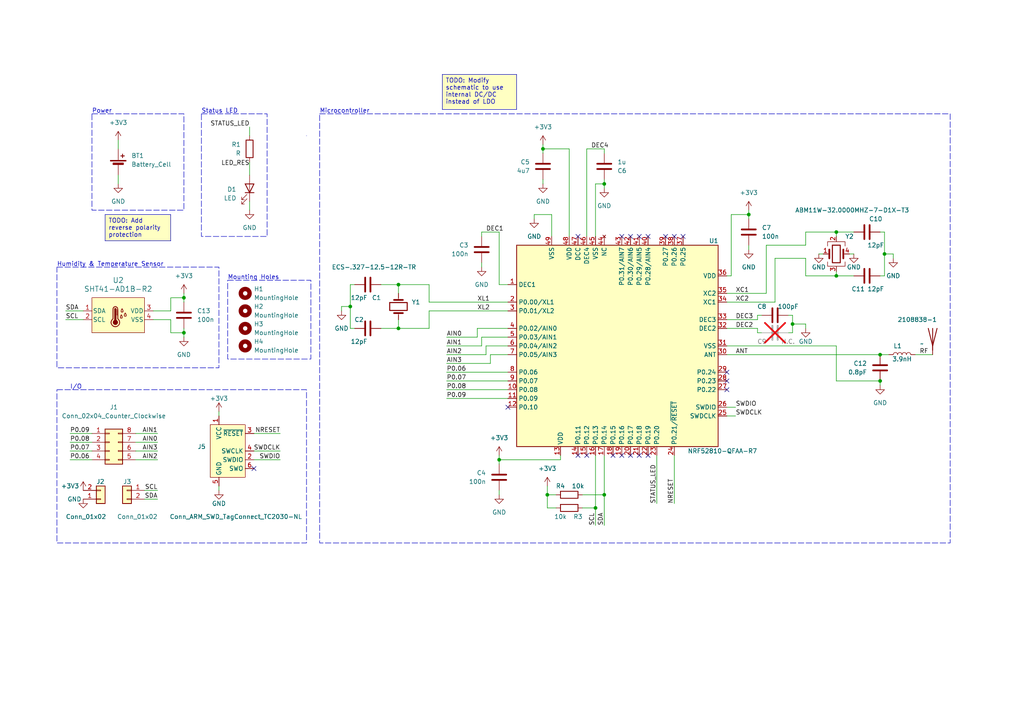
<source format=kicad_sch>
(kicad_sch (version 20230121) (generator eeschema)
  (paper "A4")
  (lib_symbols
    (symbol "Connector:Conn_ARM_SWD_TagConnect_TC2030-NL" (in_bom no)
      (property "Reference" "J" (at 2.54 11.43 0))
      (property "Value" "Conn_ARM_SWD_TagConnect_TC2030-NL" (at 2.54 8.89 0))
      (symbol "Conn_ARM_SWD_TagConnect_TC2030-NL_0_0"
        (pin power_in line (at -2.54 10.16 270) (length 2.54) (name "VCC") (number "1"))
        (pin bidirectional line (at 7.62 -2.54 180) (length 2.54) (name "SWDIO") (number "2"))
        (pin open_collector line (at 7.62 5.08 180) (length 2.54) (name "~{RESET}") (number "3"))
        (pin output line (at 7.62 0 180) (length 2.54) (name "SWCLK") (number "4"))
        (pin power_in line (at -2.54 -10.16 90) (length 2.54) (name "GND") (number "5"))
        (pin input line (at 7.62 -5.08 180) (length 2.54) (name "SWO") (number "6"))
      )
      (symbol "Conn_ARM_SWD_TagConnect_TC2030-NL_0_1"
        (rectangle (start -5.08 7.62) (end 5.08 -7.62) (fill (type background)))
      )
    )
    (symbol "Connector_Generic:Conn_01x02" (pin_names (offset 1.016) hide)
      (property "Reference" "J" (at 0 2.54 0))
      (property "Value" "Conn_01x02" (at 0 -5.08 0))
      (symbol "Conn_01x02_1_1"
        (rectangle (start -1.27 -2.413) (end 0 -2.667) (stroke (width 0.1524)))
        (rectangle (start -1.27 0.127) (end 0 -0.127) (stroke (width 0.1524)))
        (rectangle (start -1.27 1.27) (end 1.27 -3.81) (stroke (width 0.254)) (fill (type background)))
        (pin passive line (at -5.08 0 0) (length 3.81) (name "Pin_1") (number "1"))
        (pin passive line (at -5.08 -2.54 0) (length 3.81) (name "Pin_2") (number "2"))
      )
    )
    (symbol "Connector_Generic:Conn_02x04_Counter_Clockwise" (pin_names (offset 1.016) hide)
      (property "Reference" "J" (at 1.27 5.08 0))
      (property "Value" "Conn_02x04_Counter_Clockwise" (at 1.27 -7.62 0))
      (symbol "Conn_02x04_Counter_Clockwise_1_1"
        (rectangle (start -1.27 -4.953) (end 0 -5.207) (stroke (width 0.1524)))
        (rectangle (start -1.27 -2.413) (end 0 -2.667) (stroke (width 0.1524)))
        (rectangle (start -1.27 0.127) (end 0 -0.127) (stroke (width 0.1524)))
        (rectangle (start -1.27 2.667) (end 0 2.413) (stroke (width 0.1524)))
        (rectangle (start -1.27 3.81) (end 3.81 -6.35) (stroke (width 0.254)) (fill (type background)))
        (rectangle (start 3.81 -4.953) (end 2.54 -5.207) (stroke (width 0.1524)))
        (rectangle (start 3.81 -2.413) (end 2.54 -2.667) (stroke (width 0.1524)))
        (rectangle (start 3.81 0.127) (end 2.54 -0.127) (stroke (width 0.1524)))
        (rectangle (start 3.81 2.667) (end 2.54 2.413) (stroke (width 0.1524)))
        (pin passive line (at -5.08 2.54 0) (length 3.81) (name "Pin_1") (number "1"))
        (pin passive line (at -5.08 0 0) (length 3.81) (name "Pin_2") (number "2"))
        (pin passive line (at -5.08 -2.54 0) (length 3.81) (name "Pin_3") (number "3"))
        (pin passive line (at -5.08 -5.08 0) (length 3.81) (name "Pin_4") (number "4"))
        (pin passive line (at 7.62 -5.08 180) (length 3.81) (name "Pin_5") (number "5"))
        (pin passive line (at 7.62 -2.54 180) (length 3.81) (name "Pin_6") (number "6"))
        (pin passive line (at 7.62 0 180) (length 3.81) (name "Pin_7") (number "7"))
        (pin passive line (at 7.62 2.54 180) (length 3.81) (name "Pin_8") (number "8"))
      )
    )
    (symbol "Device:Antenna" (pin_numbers hide) (pin_names (offset 1.016) hide)
      (property "Reference" "AE" (at -1.905 1.905 0))
      (property "Value" "Antenna" (at -1.905 0 0))
      (symbol "Antenna_0_1"
        (polyline (pts (xy 0 2.54) (xy 0 -3.81)) (stroke (width 0.254)))
        (polyline (pts (xy 1.27 2.54) (xy 0 -2.54) (xy -1.27 2.54)) (stroke (width 0.254)))
      )
      (symbol "Antenna_1_1"
        (pin input line (at 0 -5.08 90) (length 2.54) (name "A") (number "1"))
      )
    )
    (symbol "Device:Battery_Cell" (pin_numbers hide) (pin_names (offset 0) hide)
      (property "Reference" "BT" (at 2.54 2.54 0))
      (property "Value" "Battery_Cell" (at 2.54 0 0))
      (symbol "Battery_Cell_0_1"
        (rectangle (start -2.286 1.778) (end 2.286 1.524) (fill (type outline)))
        (rectangle (start -1.524 1.016) (end 1.524 0.508) (fill (type outline)))
        (polyline (pts (xy 0 0.762) (xy 0 0)))
        (polyline (pts (xy 0 1.778) (xy 0 2.54)))
        (polyline (pts (xy 0.762 3.048) (xy 1.778 3.048)) (stroke (width 0.254)))
        (polyline (pts (xy 1.27 3.556) (xy 1.27 2.54)) (stroke (width 0.254)))
      )
      (symbol "Battery_Cell_1_1"
        (pin passive line (at 0 5.08 270) (length 2.54) (name "+") (number "1"))
        (pin passive line (at 0 -2.54 90) (length 2.54) (name "-") (number "2"))
      )
    )
    (symbol "Device:C" (pin_numbers hide) (pin_names (offset 0.254))
      (property "Reference" "C" (at 0.635 2.54 0))
      (property "Value" "C" (at 0.635 -2.54 0))
      (symbol "C_0_1"
        (polyline (pts (xy -2.032 -0.762) (xy 2.032 -0.762)) (stroke (width 0.508)))
        (polyline (pts (xy -2.032 0.762) (xy 2.032 0.762)) (stroke (width 0.508)))
      )
      (symbol "C_1_1"
        (pin passive line (at 0 3.81 270) (length 2.794) (name "~") (number "1"))
        (pin passive line (at 0 -3.81 90) (length 2.794) (name "~") (number "2"))
      )
    )
    (symbol "Device:Crystal" (pin_numbers hide) (pin_names (offset 1.016) hide)
      (property "Reference" "Y" (at 0 3.81 0))
      (property "Value" "Crystal" (at 0 -3.81 0))
      (symbol "Crystal_0_1"
        (rectangle (start -1.143 2.54) (end 1.143 -2.54) (stroke (width 0.3048)))
        (polyline (pts (xy -2.54 0) (xy -1.905 0)))
        (polyline (pts (xy -1.905 -1.27) (xy -1.905 1.27)) (stroke (width 0.508)))
        (polyline (pts (xy 1.905 -1.27) (xy 1.905 1.27)) (stroke (width 0.508)))
        (polyline (pts (xy 2.54 0) (xy 1.905 0)))
      )
      (symbol "Crystal_1_1"
        (pin passive line (at -3.81 0 0) (length 1.27) (name "1") (number "1"))
        (pin passive line (at 3.81 0 180) (length 1.27) (name "2") (number "2"))
      )
    )
    (symbol "Device:Crystal_GND23" (pin_names (offset 1.016) hide)
      (property "Reference" "Y" (at 3.175 5.08 0))
      (property "Value" "Crystal_GND23" (at 3.175 3.175 0))
      (symbol "Crystal_GND23_0_1"
        (rectangle (start -1.143 2.54) (end 1.143 -2.54) (stroke (width 0.3048)))
        (polyline (pts (xy -2.54 0) (xy -2.032 0)))
        (polyline (pts (xy -2.032 -1.27) (xy -2.032 1.27)) (stroke (width 0.508)))
        (polyline (pts (xy 0 -3.81) (xy 0 -3.556)))
        (polyline (pts (xy 0 3.556) (xy 0 3.81)))
        (polyline (pts (xy 2.032 -1.27) (xy 2.032 1.27)) (stroke (width 0.508)))
        (polyline (pts (xy 2.032 0) (xy 2.54 0)))
        (polyline (pts (xy -2.54 -2.286) (xy -2.54 -3.556) (xy 2.54 -3.556) (xy 2.54 -2.286)))
        (polyline (pts (xy -2.54 2.286) (xy -2.54 3.556) (xy 2.54 3.556) (xy 2.54 2.286)))
      )
      (symbol "Crystal_GND23_1_1"
        (pin passive line (at -3.81 0 0) (length 1.27) (name "1") (number "1"))
        (pin passive line (at 0 5.08 270) (length 1.27) (name "2") (number "2"))
        (pin passive line (at 0 -5.08 90) (length 1.27) (name "3") (number "3"))
        (pin passive line (at 3.81 0 180) (length 1.27) (name "4") (number "4"))
      )
    )
    (symbol "Device:L" (pin_numbers hide) (pin_names (offset 1.016) hide)
      (property "Reference" "L" (at -1.27 0 90))
      (property "Value" "L" (at 1.905 0 90))
      (symbol "L_0_1"
        (arc (start 0 -2.54) (mid 0.6323 -1.905) (end 0 -1.27))
        (arc (start 0 -1.27) (mid 0.6323 -0.635) (end 0 0))
        (arc (start 0 0) (mid 0.6323 0.635) (end 0 1.27))
        (arc (start 0 1.27) (mid 0.6323 1.905) (end 0 2.54))
      )
      (symbol "L_1_1"
        (pin passive line (at 0 3.81 270) (length 1.27) (name "1") (number "1"))
        (pin passive line (at 0 -3.81 90) (length 1.27) (name "2") (number "2"))
      )
    )
    (symbol "Device:LED" (pin_numbers hide) (pin_names (offset 1.016) hide)
      (property "Reference" "D" (at 0 2.54 0))
      (property "Value" "LED" (at 0 -2.54 0))
      (symbol "LED_0_1"
        (polyline (pts (xy -1.27 -1.27) (xy -1.27 1.27)) (stroke (width 0.254)))
        (polyline (pts (xy -1.27 0) (xy 1.27 0)))
        (polyline (pts (xy 1.27 -1.27) (xy 1.27 1.27) (xy -1.27 0) (xy 1.27 -1.27)) (stroke (width 0.254)))
        (polyline (pts (xy -3.048 -0.762) (xy -4.572 -2.286) (xy -3.81 -2.286) (xy -4.572 -2.286) (xy -4.572 -1.524)))
        (polyline (pts (xy -1.778 -0.762) (xy -3.302 -2.286) (xy -2.54 -2.286) (xy -3.302 -2.286) (xy -3.302 -1.524)))
      )
      (symbol "LED_1_1"
        (pin passive line (at -3.81 0 0) (length 2.54) (name "K") (number "1"))
        (pin passive line (at 3.81 0 180) (length 2.54) (name "A") (number "2"))
      )
    )
    (symbol "Device:R" (pin_numbers hide) (pin_names (offset 0))
      (property "Reference" "R" (at 2.032 0 90))
      (property "Value" "R" (at 0 0 90))
      (symbol "R_0_1"
        (rectangle (start -1.016 -2.54) (end 1.016 2.54) (stroke (width 0.254)))
      )
      (symbol "R_1_1"
        (pin passive line (at 0 3.81 270) (length 1.27) (name "~") (number "1"))
        (pin passive line (at 0 -3.81 90) (length 1.27) (name "~") (number "2"))
      )
    )
    (symbol "Mechanical:MountingHole" (pin_names (offset 1.016))
      (property "Reference" "H" (at 0 5.08 0))
      (property "Value" "MountingHole" (at 0 3.175 0))
      (symbol "MountingHole_0_1"
        (circle (center 0 0) (radius 1.27) (stroke (width 1.27)))
      )
    )
    (symbol "encyclopedia_galactica:NRF52810-QFAA-R7"
      (property "Reference" "U" (at 0 54.61 0))
      (property "Value" "NRF52810-QFAA-R7" (at 0 52.07 0))
      (symbol "NRF52810-QFAA-R7_0_1"
        (rectangle (start -29.21 29.21) (end 29.21 -29.21) (stroke (width 0.254)) (fill (type background)))
      )
      (symbol "NRF52810-QFAA-R7_1_1"
        (pin passive line (at -31.75 17.78 0) (length 2.54) (name "DEC1") (number "1"))
        (pin bidirectional line (at -31.75 -12.7 0) (length 2.54) (name "P0.08") (number "10"))
        (pin bidirectional line (at -31.75 -15.24 0) (length 2.54) (name "P0.09") (number "11"))
        (pin bidirectional line (at -31.75 -17.78 0) (length 2.54) (name "P0.10") (number "12"))
        (pin power_in line (at -16.51 -31.75 90) (length 2.54) (name "VDD") (number "13"))
        (pin bidirectional line (at -11.43 -31.75 90) (length 2.54) (name "P0.11") (number "14"))
        (pin bidirectional line (at -8.89 -31.75 90) (length 2.54) (name "P0.12") (number "15"))
        (pin bidirectional line (at -6.35 -31.75 90) (length 2.54) (name "P0.13") (number "16"))
        (pin bidirectional line (at -3.81 -31.75 90) (length 2.54) (name "P0.14") (number "17"))
        (pin bidirectional line (at -1.27 -31.75 90) (length 2.54) (name "P0.15") (number "18"))
        (pin bidirectional line (at 1.27 -31.75 90) (length 2.54) (name "P0.16") (number "19"))
        (pin bidirectional line (at -31.75 12.7 0) (length 2.54) (name "P0.00/XL1") (number "2"))
        (pin bidirectional line (at 3.81 -31.75 90) (length 2.54) (name "P0.17") (number "20"))
        (pin bidirectional line (at 6.35 -31.75 90) (length 2.54) (name "P0.18") (number "21"))
        (pin bidirectional line (at 8.89 -31.75 90) (length 2.54) (name "P0.19") (number "22"))
        (pin bidirectional line (at 11.43 -31.75 90) (length 2.54) (name "P0.20") (number "23"))
        (pin bidirectional line (at 16.51 -31.75 90) (length 2.54) (name "P0.21/~{RESET}") (number "24"))
        (pin input line (at 31.75 -20.32 180) (length 2.54) (name "SWDCLK") (number "25"))
        (pin bidirectional line (at 31.75 -17.78 180) (length 2.54) (name "SWDIO") (number "26"))
        (pin bidirectional line (at 31.75 -12.7 180) (length 2.54) (name "P0.22") (number "27"))
        (pin bidirectional line (at 31.75 -10.16 180) (length 2.54) (name "P0.23") (number "28"))
        (pin bidirectional line (at 31.75 -7.62 180) (length 2.54) (name "P0.24") (number "29"))
        (pin bidirectional line (at -31.75 10.16 0) (length 2.54) (name "P0.01/XL2") (number "3"))
        (pin passive line (at 31.75 -2.54 180) (length 2.54) (name "ANT") (number "30"))
        (pin power_in line (at 31.75 0 180) (length 2.54) (name "VSS") (number "31"))
        (pin passive line (at 31.75 5.08 180) (length 2.54) (name "DEC2") (number "32"))
        (pin passive line (at 31.75 7.62 180) (length 2.54) (name "DEC3") (number "33"))
        (pin input line (at 31.75 12.7 180) (length 2.54) (name "XC1") (number "34"))
        (pin input line (at 31.75 15.24 180) (length 2.54) (name "XC2") (number "35"))
        (pin passive line (at 31.75 20.32 180) (length 2.54) (name "VDD") (number "36"))
        (pin bidirectional line (at 19.05 31.75 270) (length 2.54) (name "P0.25") (number "37"))
        (pin bidirectional line (at 16.51 31.75 270) (length 2.54) (name "P0.26") (number "38"))
        (pin bidirectional line (at 13.97 31.75 270) (length 2.54) (name "P0.27") (number "39"))
        (pin bidirectional line (at -31.75 5.08 0) (length 2.54) (name "P0.02/AIN0") (number "4"))
        (pin bidirectional line (at 8.89 31.75 270) (length 2.54) (name "P0.28/AIN4") (number "40"))
        (pin bidirectional line (at 6.35 31.75 270) (length 2.54) (name "P0.29/AIN5") (number "41"))
        (pin bidirectional line (at 3.81 31.75 270) (length 2.54) (name "P0.30/AIN6") (number "42"))
        (pin bidirectional line (at 1.27 31.75 270) (length 2.54) (name "P0.31/AIN7") (number "43"))
        (pin no_connect line (at -3.81 31.75 270) (length 2.54) (name "NC") (number "44"))
        (pin passive line (at -6.35 31.75 270) (length 2.54) (name "VSS") (number "45"))
        (pin passive line (at -8.89 31.75 270) (length 2.54) (name "DEC4") (number "46"))
        (pin power_out line (at -11.43 31.75 270) (length 2.54) (name "DCC") (number "47"))
        (pin passive line (at -13.97 31.75 270) (length 2.54) (name "VDD") (number "48"))
        (pin passive line (at -19.05 31.75 270) (length 2.54) (name "VSS") (number "49"))
        (pin bidirectional line (at -31.75 2.54 0) (length 2.54) (name "P0.03/AIN1") (number "5"))
        (pin bidirectional line (at -31.75 0 0) (length 2.54) (name "P0.04/AIN2") (number "6"))
        (pin bidirectional line (at -31.75 -2.54 0) (length 2.54) (name "P0.05/AIN3") (number "7"))
        (pin bidirectional line (at -31.75 -7.62 0) (length 2.54) (name "P0.06") (number "8"))
        (pin bidirectional line (at -31.75 -10.16 0) (length 2.54) (name "P0.07") (number "9"))
      )
    )
    (symbol "encyclopedia_galactica:SHT41-AD1B-R2" (pin_names (offset 0.254))
      (property "Reference" "U" (at 0 13.97 0))
      (property "Value" "SHT41-AD1B-R2" (at 0 11.43 0))
      (symbol "SHT41-AD1B-R2_0_0"
        (polyline (pts (xy -0.7782 -2.7679) (xy -0.7538 -2.7614) (xy -0.6273 -2.7452) (xy -0.5713 -2.733) (xy -0.4386 -2.65) (xy -0.3005 -2.5149) (xy -0.1862 -2.3589) (xy -0.1253 -2.2133) (xy -0.1122 -1.9777) (xy -0.1841 -1.7536) (xy -0.3553 -1.5359) (xy -0.5465 -1.3446) (xy -0.5465 0.2882) (xy -0.5465 1.9209) (xy -0.6855 2.012) (xy -0.7691 2.0613) (xy -0.8546 2.0708) (xy -0.9634 2.012) (xy -1.1023 1.9209) (xy -1.1023 0.2767) (xy -1.1023 -1.3675) (xy -1.2424 -1.4777) (xy -1.2888 -1.5171) (xy -1.4497 -1.7284) (xy -1.5229 -1.9679) (xy -1.5126 -2.2124) (xy -1.4228 -2.4384) (xy -1.2576 -2.6226) (xy -1.0211 -2.7416) (xy -0.8813 -2.7694) (xy -0.7782 -2.7679)) (stroke (width 0.01)) (fill (type outline)))
        (polyline (pts (xy 2.1727 -0.3391) (xy 2.3119 -0.2679) (xy 2.3683 -0.175) (xy 2.3992 -0.0278) (xy 2.3871 0.0546) (xy 2.337 0.2108) (xy 2.2619 0.3868) (xy 2.177 0.5511) (xy 2.0973 0.6727) (xy 2.0379 0.7202) (xy 1.9994 0.6955) (xy 1.9245 0.5928) (xy 1.8393 0.4391) (xy 1.7593 0.2658) (xy 1.6999 0.1045) (xy 1.6767 -0.0135) (xy 1.6805 -0.0349) (xy 1.7878 -0.0349) (xy 1.7977 0.0177) (xy 1.8421 0.1542) (xy 1.9103 0.3256) (xy 2.0328 0.6103) (xy 2.1597 0.3359) (xy 2.2226 0.1922) (xy 2.2764 0.0231) (xy 2.275 -0.0919) (xy 2.2213 -0.1774) (xy 2.1655 -0.214) (xy 2.0379 -0.2441) (xy 1.9584 -0.2324) (xy 1.8367 -0.1559) (xy 1.7878 -0.0349) (xy 1.6805 -0.0349) (xy 1.6952 -0.1171) (xy 1.7686 -0.2536) (xy 1.8305 -0.3015) (xy 1.9945 -0.3498) (xy 2.1727 -0.3391)) (stroke (width 0.01)) (fill (type outline)))
        (polyline (pts (xy 1.2779 0.8852) (xy 1.3876 0.9342) (xy 1.439 1.0346) (xy 1.4494 1.2197) (xy 1.4056 1.4476) (xy 1.3104 1.6903) (xy 1.2438 1.815) (xy 1.1682 1.9333) (xy 1.1209 1.9791) (xy 1.087 1.9506) (xy 1.016 1.8457) (xy 0.9313 1.6903) (xy 0.8493 1.4902) (xy 0.7962 1.2577) (xy 0.7964 1.2083) (xy 0.8985 1.2083) (xy 0.907 1.2863) (xy 0.947 1.4367) (xy 1.0063 1.5899) (xy 1.0699 1.7089) (xy 1.1227 1.7568) (xy 1.1687 1.7194) (xy 1.2295 1.6057) (xy 1.286 1.4514) (xy 1.3252 1.2933) (xy 1.3338 1.1679) (xy 1.3235 1.1054) (xy 1.2709 1.0212) (xy 1.1467 0.9899) (xy 1.1356 0.9889) (xy 0.987 0.994) (xy 0.9164 1.0597) (xy 0.8985 1.2083) (xy 0.7964 1.2083) (xy 0.7968 1.063) (xy 0.8541 0.9342) (xy 0.9555 0.8871) (xy 1.116 0.8695) (xy 1.2779 0.8852)) (stroke (width 0.01)) (fill (type outline)))
        (polyline (pts (xy 1.1245 -0.8535) (xy 1.1312 -0.8498) (xy 1.2085 -0.7577) (xy 1.2315 -0.5895) (xy 1.2238 -0.507) (xy 1.1823 -0.3342) (xy 1.116 -0.1464) (xy 1.038 0.0259) (xy 0.9612 0.1517) (xy 0.8985 0.2005) (xy 0.864 0.1827) (xy 0.7914 0.0847) (xy 0.7123 -0.0722) (xy 0.6397 -0.2572) (xy 0.5864 -0.4397) (xy 0.5682 -0.5702) (xy 0.6762 -0.5702) (xy 0.6847 -0.4923) (xy 0.7246 -0.3419) (xy 0.784 -0.1887) (xy 0.8476 -0.0697) (xy 0.9004 -0.0218) (xy 0.9464 -0.0591) (xy 1.0072 -0.1728) (xy 1.0637 -0.3271) (xy 1.1029 -0.4853) (xy 1.1115 -0.6106) (xy 1.1012 -0.6731) (xy 1.0485 -0.7574) (xy 0.9243 -0.7887) (xy 0.9133 -0.7897) (xy 0.7647 -0.7846) (xy 0.6941 -0.7188) (xy 0.6762 -0.5702) (xy 0.5682 -0.5702) (xy 0.5656 -0.5887) (xy 0.5845 -0.7427) (xy 0.6623 -0.851) (xy 0.7257 -0.88) (xy 0.9286 -0.906) (xy 1.1245 -0.8535)) (stroke (width 0.01)) (fill (type outline)))
        (polyline (pts (xy -0.5545 -3.3797) (xy -0.2175 -3.2426) (xy 0.0945 -2.9972) (xy 0.1243 -2.9669) (xy 0.3463 -2.6832) (xy 0.4707 -2.3844) (xy 0.5089 -2.044) (xy 0.476 -1.8294) (xy 0.3828 -1.5698) (xy 0.2505 -1.3237) (xy 0.1 -1.1376) (xy -0.0463 -1.0029) (xy -0.0464 0.4742) (xy -0.0467 0.7893) (xy -0.0488 1.1761) (xy -0.0534 1.4752) (xy -0.0614 1.7005) (xy -0.0736 1.8661) (xy -0.0909 1.986) (xy -0.1139 2.0742) (xy -0.1437 2.1447) (xy -0.2598 2.3183) (xy -0.4689 2.4887) (xy -0.7142 2.5745) (xy -0.9722 2.5687) (xy -1.2192 2.4643) (xy -1.2384 2.4513) (xy -1.3421 2.3751) (xy -1.424 2.294) (xy -1.4867 2.1948) (xy -1.5327 2.0641) (xy -1.5646 1.8887) (xy -1.585 1.6553) (xy -1.5964 1.3506) (xy -1.6014 0.9613) (xy -1.6025 0.4742) (xy -1.6026 -1.0029) (xy -1.7489 -1.1376) (xy -1.8907 -1.3105) (xy -2.0247 -1.5544) (xy -2.1208 -1.8145) (xy -2.1578 -2.044) (xy -2.1575 -2.0827) (xy -2.138 -2.2218) (xy -1.9808 -2.2218) (xy -1.9707 -1.897) (xy -1.8626 -1.5804) (xy -1.6554 -1.2905) (xy -1.4358 -1.0597) (xy -1.4358 0.4346) (xy -1.4358 0.4797) (xy -1.4346 0.9365) (xy -1.4309 1.2963) (xy -1.424 1.572) (xy -1.4133 1.7764) (xy -1.398 1.9226) (xy -1.3777 2.0235) (xy -1.3515 2.0921) (xy -1.3513 2.0925) (xy -1.216 2.2564) (xy -1.0244 2.3768) (xy -0.8244 2.4237) (xy -0.7891 2.4224) (xy -0.5709 2.3561) (xy -0.3871 2.2073) (xy -0.2603 2.0002) (xy -0.2131 1.7595) (xy -0.2144 1.7118) (xy -0.2434 1.6157) (xy -0.3242 1.59) (xy -0.389 1.5745) (xy -0.4354 1.5066) (xy -0.4147 1.458) (xy -0.3242 1.4233) (xy -0.2391 1.3933) (xy -0.2131 1.2843) (xy -0.237 1.1779) (xy -0.3242 1.1454) (xy -0.389 1.1299) (xy -0.4354 1.062) (xy -0.4147 1.0134) (xy -0.3242 0.9786) (xy -0.2391 0.9486) (xy -0.2131 0.8397) (xy -0.237 0.7333) (xy -0.3242 0.7007) (xy -0.389 0.6853) (xy -0.4354 0.6174) (xy -0.4147 0.5687) (xy -0.3242 0.534) (xy -0.2391 0.504) (xy -0.2131 0.395) (xy -0.237 0.2887) (xy -0.3242 0.2561) (xy -0.389 0.2406) (xy -0.4354 0.1727) (xy -0.4147 0.1241) (xy -0.3242 0.0894) (xy -0.3128 0.0892) (xy -0.2667 0.0778) (xy -0.2375 0.0345) (xy -0.2213 -0.0606) (xy -0.2145 -0.2272) (xy -0.2131 -0.4852) (xy -0.2131 -1.0597) (xy 0.0065 -1.2905) (xy 0.1132 -1.418) (xy 0.2758 -1.7239) (xy 0.3386 -2.0486) (xy 0.3025 -2.3736) (xy 0.168 -2.6806) (xy -0.0639 -2.9511) (xy -0.1168 -2.9941) (xy -0.3007 -3.1115) (xy -0.4755 -3.1865) (xy -0.586 -3.2131) (xy -0.9384 -3.2355) (xy -1.2628 -3.1514) (xy -1.568 -2.9592) (xy -1.7106 -2.8208) (xy -1.8938 -2.5359) (xy -1.9808 -2.2218) (xy -2.138 -2.2218) (xy -2.1106 -2.4174) (xy -1.9764 -2.7137) (xy -1.7434 -2.9978) (xy -1.5826 -3.142) (xy -1.4085 -3.2682) (xy -1.2691 -3.3395) (xy -0.9161 -3.4084) (xy -0.5545 -3.3797)) (stroke (width 0.01)) (fill (type outline)))
      )
      (symbol "SHT41-AD1B-R2_1_1"
        (rectangle (start -7.62 5.08) (end 7.62 -5.08) (fill (type background)))
        (pin bidirectional line (at -10.16 1.27 0) (length 2.54) (name "SDA") (number "1"))
        (pin input line (at -10.16 -1.27 0) (length 2.54) (name "SCL") (number "2"))
        (pin power_in line (at 10.16 1.27 180) (length 2.54) (name "VDD") (number "3"))
        (pin power_out line (at 10.16 -1.27 180) (length 2.54) (name "VSS") (number "4"))
      )
    )
    (symbol "power:+3V3" (power) (pin_names (offset 0))
      (property "Value" "+3V3" (at 0 3.556 0))
      (symbol "+3V3_0_1"
        (polyline (pts (xy -0.762 1.27) (xy 0 2.54)))
        (polyline (pts (xy 0 0) (xy 0 2.54)))
        (polyline (pts (xy 0 2.54) (xy 0.762 1.27)))
      )
      (symbol "+3V3_1_1"
        (pin power_in line (at 0 0 90) (length 0) hide (name "+3V3") (number "1"))
      )
    )
    (symbol "power:GND" (power) (pin_names (offset 0))
      (property "Value" "GND" (at 0 -3.81 0))
      (symbol "GND_0_1"
        (polyline (pts (xy 0 0) (xy 0 -1.27) (xy 1.27 -1.27) (xy 0 -2.54) (xy -1.27 -1.27) (xy 0 -1.27)))
      )
      (symbol "GND_1_1"
        (pin power_in line (at 0 0 270) (length 0) hide (name "GND") (number "1"))
      )
    )
  )
  (junction (at 242.57 67.31))
  (junction (at 255.27 110.49))
  (junction (at 144.78 133.35))
  (junction (at 175.26 53.34))
  (junction (at 158.75 143.51))
  (junction (at 255.27 102.87))
  (junction (at 115.57 95.25))
  (junction (at 53.34 96.52))
  (junction (at 175.26 143.51))
  (junction (at 217.17 62.23))
  (junction (at 172.72 147.32))
  (junction (at 242.57 80.01))
  (junction (at 101.6 88.9))
  (junction (at 229.87 93.98))
  (junction (at 115.57 82.55))
  (junction (at 53.34 86.36))
  (junction (at 256.54 73.66))
  (junction (at 157.48 43.18))
  (no_connect (at 182.88 132.08))
  (no_connect (at 73.66 135.89))
  (no_connect (at 210.82 113.03))
  (no_connect (at 210.82 110.49))
  (no_connect (at 167.64 132.08))
  (no_connect (at 180.34 132.08))
  (no_connect (at 170.18 132.08))
  (no_connect (at 177.8 132.08))
  (no_connect (at 187.96 68.58))
  (no_connect (at 147.32 118.11))
  (no_connect (at 185.42 132.08))
  (no_connect (at 185.42 68.58))
  (no_connect (at 180.34 68.58))
  (no_connect (at 187.96 132.08))
  (no_connect (at 195.58 68.58))
  (no_connect (at 193.04 68.58))
  (no_connect (at 182.88 68.58))
  (no_connect (at 210.82 107.95))
  (no_connect (at 198.12 68.58))
  (no_connect (at 167.64 68.58))
  (wire (pts (xy 129.54 100.33) (xy 139.7 100.33)))
  (wire (pts (xy 139.7 76.2) (xy 139.7 77.47)))
  (wire (pts (xy 101.6 95.25) (xy 101.6 88.9)))
  (wire (pts (xy 175.26 52.07) (xy 175.26 53.34)))
  (wire (pts (xy 242.57 80.01) (xy 242.57 78.74)))
  (wire (pts (xy 212.09 80.01) (xy 210.82 80.01)))
  (wire (pts (xy 19.05 92.71) (xy 24.13 92.71)))
  (wire (pts (xy 147.32 97.79) (xy 139.7 97.79)))
  (wire (pts (xy 222.25 71.12) (xy 222.25 85.09)))
  (wire (pts (xy 157.48 52.07) (xy 157.48 53.34)))
  (wire (pts (xy 129.54 115.57) (xy 147.32 115.57)))
  (wire (pts (xy 233.68 93.98) (xy 229.87 93.98)))
  (wire (pts (xy 161.29 143.51) (xy 158.75 143.51)))
  (wire (pts (xy 224.79 74.93) (xy 233.68 74.93)))
  (wire (pts (xy 172.72 147.32) (xy 172.72 152.4)))
  (wire (pts (xy 53.34 85.09) (xy 53.34 86.36)))
  (wire (pts (xy 115.57 82.55) (xy 115.57 85.09)))
  (wire (pts (xy 190.5 132.08) (xy 190.5 146.05)))
  (wire (pts (xy 124.46 82.55) (xy 124.46 87.63)))
  (wire (pts (xy 265.43 102.87) (xy 270.51 102.87)))
  (wire (pts (xy 34.29 50.8) (xy 34.29 53.34)))
  (wire (pts (xy 140.97 100.33) (xy 140.97 102.87)))
  (wire (pts (xy 39.37 130.81) (xy 45.72 130.81)))
  (wire (pts (xy 49.53 86.36) (xy 53.34 86.36)))
  (wire (pts (xy 256.54 80.01) (xy 256.54 73.66)))
  (wire (pts (xy 220.98 96.52) (xy 219.71 96.52)))
  (wire (pts (xy 72.39 36.83) (xy 72.39 39.37)))
  (wire (pts (xy 102.87 95.25) (xy 101.6 95.25)))
  (wire (pts (xy 144.78 142.24) (xy 144.78 143.51)))
  (wire (pts (xy 129.54 102.87) (xy 140.97 102.87)))
  (wire (pts (xy 129.54 107.95) (xy 147.32 107.95)))
  (wire (pts (xy 129.54 110.49) (xy 147.32 110.49)))
  (wire (pts (xy 139.7 68.58) (xy 139.7 67.31)))
  (wire (pts (xy 34.29 40.64) (xy 34.29 43.18)))
  (wire (pts (xy 144.78 82.55) (xy 144.78 67.31)))
  (wire (pts (xy 144.78 67.31) (xy 139.7 67.31)))
  (wire (pts (xy 147.32 95.25) (xy 138.43 95.25)))
  (wire (pts (xy 144.78 133.35) (xy 144.78 134.62)))
  (wire (pts (xy 233.68 95.25) (xy 233.68 93.98)))
  (wire (pts (xy 255.27 102.87) (xy 257.81 102.87)))
  (wire (pts (xy 229.87 93.98) (xy 229.87 96.52)))
  (wire (pts (xy 49.53 90.17) (xy 49.53 86.36)))
  (wire (pts (xy 39.37 133.35) (xy 45.72 133.35)))
  (wire (pts (xy 217.17 60.96) (xy 217.17 62.23)))
  (wire (pts (xy 53.34 86.36) (xy 53.34 87.63)))
  (wire (pts (xy 242.57 67.31) (xy 233.68 67.31)))
  (wire (pts (xy 238.76 73.66) (xy 237.49 73.66)))
  (wire (pts (xy 170.18 43.18) (xy 170.18 68.58)))
  (wire (pts (xy 129.54 113.03) (xy 147.32 113.03)))
  (wire (pts (xy 220.98 91.44) (xy 219.71 91.44)))
  (wire (pts (xy 172.72 132.08) (xy 172.72 147.32)))
  (wire (pts (xy 144.78 132.08) (xy 144.78 133.35)))
  (wire (pts (xy 165.1 43.18) (xy 157.48 43.18)))
  (wire (pts (xy 228.6 91.44) (xy 229.87 91.44)))
  (wire (pts (xy 20.32 128.27) (xy 26.67 128.27)))
  (wire (pts (xy 210.82 100.33) (xy 242.57 100.33)))
  (wire (pts (xy 99.06 90.17) (xy 99.06 88.9)))
  (wire (pts (xy 210.82 102.87) (xy 255.27 102.87)))
  (wire (pts (xy 110.49 82.55) (xy 115.57 82.55)))
  (wire (pts (xy 142.24 102.87) (xy 142.24 105.41)))
  (wire (pts (xy 139.7 97.79) (xy 139.7 100.33)))
  (wire (pts (xy 157.48 41.91) (xy 157.48 43.18)))
  (wire (pts (xy 20.32 130.81) (xy 26.67 130.81)))
  (wire (pts (xy 165.1 68.58) (xy 165.1 43.18)))
  (wire (pts (xy 224.79 74.93) (xy 224.79 87.63)))
  (wire (pts (xy 161.29 147.32) (xy 158.75 147.32)))
  (wire (pts (xy 158.75 143.51) (xy 158.75 140.97)))
  (wire (pts (xy 144.78 133.35) (xy 162.56 133.35)))
  (wire (pts (xy 242.57 67.31) (xy 242.57 68.58)))
  (wire (pts (xy 256.54 67.31) (xy 255.27 67.31)))
  (wire (pts (xy 233.68 80.01) (xy 242.57 80.01)))
  (wire (pts (xy 195.58 132.08) (xy 195.58 146.05)))
  (wire (pts (xy 242.57 100.33) (xy 242.57 110.49)))
  (wire (pts (xy 247.65 73.66) (xy 246.38 73.66)))
  (wire (pts (xy 217.17 62.23) (xy 217.17 63.5)))
  (wire (pts (xy 45.72 142.24) (xy 41.91 142.24)))
  (wire (pts (xy 138.43 95.25) (xy 138.43 97.79)))
  (wire (pts (xy 242.57 110.49) (xy 255.27 110.49)))
  (wire (pts (xy 115.57 95.25) (xy 124.46 95.25)))
  (wire (pts (xy 63.5 140.97) (xy 63.5 142.24)))
  (wire (pts (xy 20.32 125.73) (xy 26.67 125.73)))
  (wire (pts (xy 210.82 95.25) (xy 219.71 95.25)))
  (wire (pts (xy 45.72 144.78) (xy 41.91 144.78)))
  (wire (pts (xy 217.17 71.12) (xy 217.17 72.39)))
  (wire (pts (xy 20.32 133.35) (xy 26.67 133.35)))
  (wire (pts (xy 53.34 96.52) (xy 53.34 97.79)))
  (wire (pts (xy 157.48 43.18) (xy 157.48 44.45)))
  (wire (pts (xy 259.08 74.93) (xy 259.08 73.66)))
  (wire (pts (xy 124.46 87.63) (xy 147.32 87.63)))
  (wire (pts (xy 124.46 90.17) (xy 147.32 90.17)))
  (wire (pts (xy 72.39 58.42) (xy 72.39 60.96)))
  (wire (pts (xy 160.02 62.23) (xy 154.94 62.23)))
  (wire (pts (xy 175.26 143.51) (xy 175.26 152.4)))
  (wire (pts (xy 72.39 46.99) (xy 72.39 50.8)))
  (wire (pts (xy 73.66 130.81) (xy 81.28 130.81)))
  (wire (pts (xy 39.37 125.73) (xy 45.72 125.73)))
  (wire (pts (xy 115.57 82.55) (xy 124.46 82.55)))
  (wire (pts (xy 210.82 92.71) (xy 219.71 92.71)))
  (wire (pts (xy 212.09 62.23) (xy 217.17 62.23)))
  (wire (pts (xy 175.26 43.18) (xy 175.26 44.45)))
  (wire (pts (xy 228.6 96.52) (xy 229.87 96.52)))
  (wire (pts (xy 255.27 80.01) (xy 256.54 80.01)))
  (wire (pts (xy 138.43 97.79) (xy 129.54 97.79)))
  (wire (pts (xy 124.46 95.25) (xy 124.46 90.17)))
  (wire (pts (xy 175.26 53.34) (xy 175.26 54.61)))
  (wire (pts (xy 210.82 120.65) (xy 213.36 120.65)))
  (wire (pts (xy 101.6 88.9) (xy 101.6 82.55)))
  (wire (pts (xy 170.18 43.18) (xy 175.26 43.18)))
  (wire (pts (xy 147.32 102.87) (xy 142.24 102.87)))
  (wire (pts (xy 63.5 119.38) (xy 63.5 120.65)))
  (wire (pts (xy 158.75 147.32) (xy 158.75 143.51)))
  (wire (pts (xy 53.34 95.25) (xy 53.34 96.52)))
  (wire (pts (xy 224.79 87.63) (xy 210.82 87.63)))
  (wire (pts (xy 219.71 95.25) (xy 219.71 96.52)))
  (wire (pts (xy 233.68 67.31) (xy 233.68 71.12)))
  (wire (pts (xy 142.24 105.41) (xy 129.54 105.41)))
  (wire (pts (xy 175.26 132.08) (xy 175.26 143.51)))
  (wire (pts (xy 39.37 128.27) (xy 45.72 128.27)))
  (wire (pts (xy 255.27 110.49) (xy 255.27 111.76)))
  (wire (pts (xy 44.45 90.17) (xy 49.53 90.17)))
  (wire (pts (xy 256.54 73.66) (xy 256.54 67.31)))
  (wire (pts (xy 172.72 53.34) (xy 175.26 53.34)))
  (wire (pts (xy 73.66 133.35) (xy 81.28 133.35)))
  (wire (pts (xy 259.08 73.66) (xy 256.54 73.66)))
  (wire (pts (xy 49.53 92.71) (xy 49.53 96.52)))
  (wire (pts (xy 154.94 62.23) (xy 154.94 63.5)))
  (wire (pts (xy 160.02 68.58) (xy 160.02 62.23)))
  (wire (pts (xy 147.32 82.55) (xy 144.78 82.55)))
  (wire (pts (xy 233.68 80.01) (xy 233.68 74.93)))
  (wire (pts (xy 247.65 67.31) (xy 242.57 67.31)))
  (wire (pts (xy 44.45 92.71) (xy 49.53 92.71)))
  (wire (pts (xy 229.87 91.44) (xy 229.87 93.98)))
  (wire (pts (xy 115.57 92.71) (xy 115.57 95.25)))
  (wire (pts (xy 19.05 90.17) (xy 24.13 90.17)))
  (wire (pts (xy 110.49 95.25) (xy 115.57 95.25)))
  (wire (pts (xy 147.32 100.33) (xy 140.97 100.33)))
  (wire (pts (xy 49.53 96.52) (xy 53.34 96.52)))
  (wire (pts (xy 162.56 132.08) (xy 162.56 133.35)))
  (wire (pts (xy 212.09 62.23) (xy 212.09 80.01)))
  (wire (pts (xy 172.72 53.34) (xy 172.72 68.58)))
  (wire (pts (xy 210.82 118.11) (xy 213.36 118.11)))
  (wire (pts (xy 168.91 143.51) (xy 175.26 143.51)))
  (wire (pts (xy 222.25 71.12) (xy 233.68 71.12)))
  (wire (pts (xy 99.06 88.9) (xy 101.6 88.9)))
  (wire (pts (xy 247.65 80.01) (xy 242.57 80.01)))
  (wire (pts (xy 73.66 125.73) (xy 81.28 125.73)))
  (wire (pts (xy 210.82 85.09) (xy 222.25 85.09)))
  (wire (pts (xy 168.91 147.32) (xy 172.72 147.32)))
  (wire (pts (xy 101.6 82.55) (xy 102.87 82.55)))
  (wire (pts (xy 219.71 91.44) (xy 219.71 92.71)))
  (rectangle (start 58.42 33.02) (end 77.47 68.58) (stroke (width 0) (type dash)))
  (rectangle (start 16.51 113.03) (end 88.9 157.48) (stroke (width 0) (type dash)))
  (rectangle (start 26.67 33.02) (end 53.34 60.96) (stroke (width 0) (type dash)))
  (rectangle (start 92.71 33.02) (end 275.59 157.48) (stroke (width 0) (type dash)))
  (rectangle (start 16.51 77.47) (end 63.5 106.68) (stroke (width 0) (type dash)))
  (rectangle (start 66.04 81.28) (end 90.17 104.14) (stroke (width 0) (type dash)))
  (rectangle (start 88.9 39.37) (end 88.9 39.37))
  (text_box "TODO: Add reverse polarity protection" (at 30.48 62.23 0) (size 19.05 7.62) (fill (type color) (color 255 255 194 1)) (effects (font (size 1.27 1.27)) (justify left top)))
  (text_box "TODO: Modify schematic to use internal DC/DC instead of LDO" (at 128.27 21.59 0) (size 21.59 10.16) (fill (type color) (color 255 255 194 1)) (effects (font (size 1.27 1.27)) (justify left top)))
  (text "Humidity & Temperature Sensor" (at 16.51 77.47 0) (effects (font (size 1.27 1.27)) (justify left bottom)))
  (text "Microcontroller" (at 92.71 33.02 0) (effects (font (size 1.27 1.27)) (justify left bottom)))
  (text "Mounting Holes" (at 66.04 81.28 0) (effects (font (size 1.27 1.27)) (justify left bottom)))
  (text "I/O" (at 20.32 113.03 0) (effects (font (size 1.27 1.27)) (justify left bottom)))
  (text "Status LED" (at 58.42 33.02 0) (effects (font (size 1.27 1.27)) (justify left bottom)))
  (text "Power" (at 26.67 33.02 0) (effects (font (size 1.27 1.27)) (justify left bottom)))
  (label "P0.06" (at 20.32 133.35 0))
  (label "ANT" (at 213.36 102.87 0))
  (label "AIN0" (at 129.54 97.79 0))
  (label "P0.06" (at 129.54 107.95 0))
  (label "SDA" (at 19.05 90.17 0))
  (label "AIN2" (at 45.72 133.35 180))
  (label "SCL" (at 45.72 142.24 180))
  (label "SWDIO" (at 81.28 133.35 180))
  (label "SWDIO" (at 213.36 118.11 0))
  (label "XC1" (at 213.36 85.09 0))
  (label "STATUS_LED" (at 72.39 36.83 180))
  (label "SCL" (at 172.72 152.4 90))
  (label "DEC3" (at 213.36 92.71 0))
  (label "P0.08" (at 129.54 113.03 0))
  (label "P0.09" (at 20.32 125.73 0))
  (label "RF" (at 266.7 102.87 0))
  (label "XL2" (at 138.43 90.17 0))
  (label "AIN3" (at 129.54 105.41 0))
  (label "DEC2" (at 213.36 95.25 0))
  (label "P0.08" (at 20.32 128.27 0))
  (label "NRESET" (at 81.28 125.73 180))
  (label "AIN3" (at 45.72 130.81 180))
  (label "LED_RES" (at 72.39 48.26 180))
  (label "DEC1" (at 140.97 67.31 0))
  (label "SDA" (at 175.26 152.4 90))
  (label "P0.07" (at 129.54 110.49 0))
  (label "SCL" (at 19.05 92.71 0))
  (label "P0.07" (at 20.32 130.81 0))
  (label "P0.09" (at 129.54 115.57 0))
  (label "AIN1" (at 45.72 125.73 180))
  (label "SWDCLK" (at 213.36 120.65 0))
  (label "DEC4" (at 171.45 43.18 0))
  (label "XL1" (at 138.43 87.63 0))
  (label "AIN2" (at 129.54 102.87 0))
  (label "STATUS_LED" (at 190.5 146.05 90))
  (label "XC2" (at 213.36 87.63 0))
  (label "AIN1" (at 129.54 100.33 0))
  (label "NRESET" (at 195.58 146.05 90))
  (label "SWDCLK" (at 81.28 130.81 180))
  (label "AIN0" (at 45.72 128.27 180))
  (label "SDA" (at 45.72 144.78 180))
  (symbol (lib_id "power:GND") (at 237.49 73.66 0) (mirror y) (unit 1)
    (property "Reference" "#PWR016" (effects hide))
    (property "Value" "GND" (at 237.49 77.47 0))
  )
  (symbol (lib_id "Device:LED") (at 72.39 54.61 270) (mirror x) (unit 1)
    (property "Reference" "D1" (at 68.58 54.9275 90) (effects (justify right)))
    (property "Value" "LED" (at 68.58 57.4675 90) (effects (justify right)))
    (property "Footprint" "Resistor_SMD:R_0603_1608Metric" (effects hide))
  )
  (symbol (lib_id "power:+3V3") (at 53.34 85.09 0) (unit 1)
    (property "Reference" "#PWR020" (effects hide))
    (property "Value" "+3V3" (at 53.34 80.01 0))
  )
  (symbol (lib_id "Device:C") (at 106.68 95.25 270) (unit 1)
    (property "Reference" "C2" (at 104.14 92.71 90))
    (property "Value" "12pF" (at 104.14 99.06 90))
    (property "Footprint" "Capacitor_SMD:C_0603_1608Metric" (effects hide))
  )
  (symbol (lib_id "power:GND") (at 247.65 73.66 0) (mirror y) (unit 1)
    (property "Reference" "#PWR017" (effects hide))
    (property "Value" "GND" (at 247.65 77.47 0))
  )
  (symbol (lib_id "Device:C") (at 217.17 67.31 180) (unit 1)
    (property "Reference" "C7" (at 220.98 66.04 0) (effects (justify right)))
    (property "Value" "100n" (at 220.98 68.58 0) (effects (justify right)))
    (property "Footprint" "Capacitor_SMD:C_0603_1608Metric" (effects hide))
  )
  (symbol (lib_id "power:+3V3") (at 144.78 132.08 0) (unit 1)
    (property "Reference" "#PWR08" (effects hide))
    (property "Value" "+3V3" (at 144.78 127 0))
  )
  (symbol (lib_id "Device:C") (at 224.79 91.44 90) (unit 1)
    (property "Reference" "C8" (at 220.98 88.9 90))
    (property "Value" "100pF" (at 228.6 88.9 90))
    (property "Footprint" "Capacitor_SMD:C_0603_1608Metric" (effects hide))
  )
  (symbol (lib_id "power:GND") (at 255.27 111.76 0) (mirror y) (unit 1)
    (property "Reference" "#PWR018" (effects hide))
    (property "Value" "GND" (at 255.27 116.84 0))
  )
  (symbol (lib_id "power:GND") (at 53.34 97.79 0) (unit 1)
    (property "Reference" "#PWR021" (effects hide))
    (property "Value" "GND" (at 53.34 102.87 0))
  )
  (symbol (lib_id "power:GND") (at 139.7 77.47 0) (unit 1)
    (property "Reference" "#PWR06" (effects hide))
    (property "Value" "GND" (at 139.7 82.55 0))
  )
  (symbol (lib_id "Mechanical:MountingHole") (at 71.12 100.33 0) (unit 1)
    (property "Reference" "H4" (at 73.66 99.06 0) (effects (justify left)))
    (property "Value" "MountingHole" (at 73.66 101.6 0) (effects (justify left)))
    (property "Footprint" "MountingHole:MountingHole_2.2mm_M2" (effects hide))
  )
  (symbol (lib_id "power:GND") (at 157.48 53.34 0) (unit 1)
    (property "Reference" "#PWR011" (effects hide))
    (property "Value" "GND" (at 157.48 58.42 0))
  )
  (symbol (lib_id "power:+3V3") (at 217.17 60.96 0) (mirror y) (unit 1)
    (property "Reference" "#PWR013" (effects hide))
    (property "Value" "+3V3" (at 217.17 55.88 0))
  )
  (symbol (lib_id "Device:Crystal") (at 115.57 88.9 90) (unit 1)
    (property "Reference" "Y1" (at 119.38 87.63 90) (effects (justify right)))
    (property "Value" " ECS-.327-12.5-12R-TR " (at 95.25 77.47 90) (effects (justify right)))
    (property "Footprint" "encyclopedia_galactica:ECS-.327-12.5-12R-TR" (effects hide))
  )
  (symbol (lib_id "power:GND") (at 34.29 53.34 0) (unit 1)
    (property "Reference" "#PWR03" (effects hide))
    (property "Value" "GND" (at 34.29 58.42 0))
  )
  (symbol (lib_id "Device:C") (at 157.48 48.26 0) (mirror x) (unit 1)
    (property "Reference" "C5" (at 153.67 46.99 0) (effects (justify right)))
    (property "Value" "4u7" (at 153.67 49.53 0) (effects (justify right)))
    (property "Footprint" "Capacitor_SMD:C_0603_1608Metric" (effects hide))
  )
  (symbol (lib_id "power:+3V3") (at 63.5 119.38 0) (unit 1)
    (property "Reference" "#PWR025" (effects hide))
    (property "Value" "+3V3" (at 63.5 115.57 0))
  )
  (symbol (lib_id "Device:C") (at 106.68 82.55 270) (mirror x) (unit 1)
    (property "Reference" "C1" (at 109.22 86.36 90))
    (property "Value" "12pF" (at 104.14 86.36 90))
    (property "Footprint" "Capacitor_SMD:C_0603_1608Metric" (effects hide))
  )
  (symbol (lib_id "power:+3V3") (at 24.13 142.24 0) (unit 1)
    (property "Reference" "#PWR024" (effects hide))
    (property "Value" "+3V3" (at 20.32 140.97 0))
  )
  (symbol (lib_id "Device:C") (at 251.46 67.31 90) (unit 1)
    (property "Reference" "C10" (at 254 63.5 90))
    (property "Value" "12pF" (at 254 71.12 90))
    (property "Footprint" "Capacitor_SMD:C_0603_1608Metric" (effects hide))
  )
  (symbol (lib_id "encyclopedia_galactica:NRF52810-QFAA-R7") (at 179.07 100.33 0) (unit 1)
    (property "Reference" "U1" (at 207.01 69.85 0))
    (property "Value" "NRF52810-QFAA-R7" (at 209.55 130.81 0))
    (property "Footprint" "Package_DFN_QFN:QFN-48-1EP_6x6mm_P0.4mm_EP4.6x4.6mm" (effects hide))
    (property "Datasheet" "https://infocenter.nordicsemi.com/pdf/nRF52810_PS_v1.4.pdf" (effects hide))
  )
  (symbol (lib_id "power:GND") (at 144.78 143.51 0) (unit 1)
    (property "Reference" "#PWR09" (effects hide))
    (property "Value" "GND" (at 144.78 148.59 0))
  )
  (symbol (lib_id "power:GND") (at 175.26 54.61 0) (unit 1)
    (property "Reference" "#PWR012" (effects hide))
    (property "Value" "GND" (at 175.26 59.69 0))
  )
  (symbol (lib_id "power:+3V3") (at 34.29 40.64 0) (unit 1)
    (property "Reference" "#PWR02" (effects hide))
    (property "Value" "+3V3" (at 34.29 35.56 0))
  )
  (symbol (lib_id "Device:C") (at 53.34 91.44 0) (unit 1)
    (property "Reference" "C13" (at 57.15 90.17 0) (effects (justify left)))
    (property "Value" "100n" (at 57.15 92.71 0) (effects (justify left)))
    (property "Footprint" "Capacitor_SMD:C_0603_1608Metric" (effects hide))
  )
  (symbol (lib_id "Mechanical:MountingHole") (at 71.12 95.25 0) (unit 1)
    (property "Reference" "H3" (at 73.66 93.98 0) (effects (justify left)))
    (property "Value" "MountingHole" (at 73.66 96.52 0) (effects (justify left)))
    (property "Footprint" "MountingHole:MountingHole_2.2mm_M2" (effects hide))
  )
  (symbol (lib_id "Device:C") (at 139.7 72.39 0) (mirror x) (unit 1)
    (property "Reference" "C3" (at 135.89 71.12 0) (effects (justify right)))
    (property "Value" "100n" (at 135.89 73.66 0) (effects (justify right)))
    (property "Footprint" "Capacitor_SMD:C_0603_1608Metric" (effects hide))
  )
  (symbol (lib_id "Mechanical:MountingHole") (at 71.12 85.09 0) (unit 1)
    (property "Reference" "H1" (at 73.66 83.82 0) (effects (justify left)))
    (property "Value" "MountingHole" (at 73.66 86.36 0) (effects (justify left)))
    (property "Footprint" "MountingHole:MountingHole_2.2mm_M2" (effects hide))
  )
  (symbol (lib_id "power:+3V3") (at 157.48 41.91 0) (unit 1)
    (property "Reference" "#PWR010" (effects hide))
    (property "Value" "+3V3" (at 157.48 36.83 0))
  )
  (symbol (lib_id "power:GND") (at 24.13 144.78 0) (mirror y) (unit 1)
    (property "Reference" "#PWR022" (effects hide))
    (property "Value" "GND" (at 21.59 144.78 0))
  )
  (symbol (lib_id "Device:R") (at 165.1 147.32 270) (unit 1)
    (property "Reference" "R3" (at 167.64 149.86 90))
    (property "Value" "10k" (at 162.56 149.86 90))
    (property "Footprint" "Resistor_SMD:R_0603_1608Metric" (effects hide))
  )
  (symbol (lib_id "Device:C") (at 255.27 106.68 0) (mirror x) (unit 1)
    (property "Reference" "C12" (at 251.46 105.41 0) (effects (justify right)))
    (property "Value" "0.8pF" (at 251.46 107.95 0) (effects (justify right)))
    (property "Footprint" "Capacitor_SMD:C_0603_1608Metric" (effects hide))
  )
  (symbol (lib_id "Device:R") (at 72.39 43.18 0) (mirror y) (unit 1)
    (property "Reference" "R1" (at 69.85 41.91 0) (effects (justify left)))
    (property "Value" "R" (at 69.85 44.45 0) (effects (justify left)))
    (property "Footprint" "Resistor_SMD:R_0603_1608Metric" (effects hide))
  )
  (symbol (lib_id "Mechanical:MountingHole") (at 71.12 90.17 0) (unit 1)
    (property "Reference" "H2" (at 73.66 88.9 0) (effects (justify left)))
    (property "Value" "MountingHole" (at 73.66 91.44 0) (effects (justify left)))
    (property "Footprint" "MountingHole:MountingHole_2.2mm_M2" (effects hide))
  )
  (symbol (lib_id "power:GND") (at 217.17 72.39 0) (mirror y) (unit 1)
    (property "Reference" "#PWR014" (effects hide))
    (property "Value" "GND" (at 217.17 77.47 0))
  )
  (symbol (lib_id "Connector_Generic:Conn_01x02") (at 29.21 144.78 0) (mirror x) (unit 1)
    (property "Reference" "J2" (at 27.94 139.7 0) (effects (justify left)))
    (property "Value" "Conn_01x02" (at 19.05 149.86 0) (effects (justify left)))
    (property "Footprint" "Connector_PinHeader_2.54mm:PinHeader_1x02_P2.54mm_Vertical" (effects hide))
  )
  (symbol (lib_id "power:GND") (at 259.08 74.93 0) (mirror y) (unit 1)
    (property "Reference" "#PWR019" (effects hide))
    (property "Value" "GND" (at 259.08 80.01 0))
  )
  (symbol (lib_id "power:GND") (at 72.39 60.96 0) (unit 1)
    (property "Reference" "#PWR01" (effects hide))
    (property "Value" "GND" (at 72.39 66.04 0))
  )
  (symbol (lib_id "Device:C") (at 175.26 48.26 0) (mirror y) (unit 1)
    (property "Reference" "C6" (at 179.07 49.53 0) (effects (justify right)))
    (property "Value" "1u" (at 179.07 46.99 0) (effects (justify right)))
    (property "Footprint" "Capacitor_SMD:C_0603_1608Metric" (effects hide))
  )
  (symbol (lib_id "Device:Crystal_GND23") (at 242.57 73.66 0) (unit 1)
    (property "Reference" "Y2" (at 246.38 68.58 0))
    (property "Value" "ABM11W-32.0000MHZ-7-D1X-T3 " (at 247.65 60.96 0))
    (property "Footprint" "encyclopedia_galactica:ABM11W-30.0000MHZ-7-D1X-T3" (effects hide))
  )
  (symbol (lib_id "encyclopedia_galactica:SHT41-AD1B-R2") (at 34.29 91.44 0) (unit 1)
    (property "Reference" "U2" (at 34.29 81.28 0) (effects (font (size 1.524 1.524))))
    (property "Value" "SHT41-AD1B-R2" (at 34.29 83.82 0) (effects (font (size 1.524 1.524))))
    (property "Footprint" "encyclopedia_galactica:DFN4_SHT41_SEN" (effects hide))
    (property "Datasheet" "https://sensirion.com/media/documents/33FD6951/63E1087C/Datasheet_SHT4x_1.pdf" (effects hide))
  )
  (symbol (lib_id "power:GND") (at 233.68 95.25 0) (mirror y) (unit 1)
    (property "Reference" "#PWR015" (effects hide))
    (property "Value" "GND" (at 233.68 99.06 0))
  )
  (symbol (lib_id "Connector_Generic:Conn_02x04_Counter_Clockwise") (at 31.75 128.27 0) (unit 1)
    (property "Reference" "J1" (at 33.02 118.11 0))
    (property "Value" "Conn_02x04_Counter_Clockwise" (at 33.02 120.65 0))
    (property "Footprint" "Connector_PinHeader_2.54mm:PinHeader_2x04_P2.54mm_Vertical" (effects hide))
  )
  (symbol (lib_id "power:GND") (at 154.94 63.5 0) (unit 1)
    (property "Reference" "#PWR07" (effects hide))
    (property "Value" "GND" (at 154.94 68.58 0))
  )
  (symbol (lib_id "Connector:Conn_ARM_SWD_TagConnect_TC2030-NL") (at 66.04 130.81 0) (unit 1) (in_bom no)
    (property "Reference" "J5" (at 59.69 129.54 0) (effects (justify right)))
    (property "Value" "Conn_ARM_SWD_TagConnect_TC2030-NL" (at 87.63 149.86 0) (effects (justify right)))
    (property "Footprint" "Connector:Tag-Connect_TC2030-IDC-NL_2x03_P1.27mm_Vertical" (effects hide))
    (property "Datasheet" "https://www.tag-connect.com/wp-content/uploads/bsk-pdf-manager/TC2030-CTX_1.pdf" (effects hide))
  )
  (symbol (lib_id "Device:C") (at 251.46 80.01 90) (mirror x) (unit 1)
    (property "Reference" "C11" (at 248.92 83.82 90))
    (property "Value" "12pF" (at 254 83.82 90))
    (property "Footprint" "Capacitor_SMD:C_0603_1608Metric" (effects hide))
  )
  (symbol (lib_id "Device:C") (at 224.79 96.52 90) (mirror x) (unit 1) (dnp yes)
    (property "Reference" "C9" (at 220.98 99.06 90))
    (property "Value" "N.C." (at 228.6 99.06 90))
    (property "Footprint" "Capacitor_SMD:C_0603_1608Metric" (effects hide))
  )
  (symbol (lib_id "Device:L") (at 261.62 102.87 90) (unit 1)
    (property "Reference" "L1" (at 260.35 100.33 90))
    (property "Value" "3.9nH" (at 261.62 104.14 90))
    (property "Footprint" "Resistor_SMD:R_0603_1608Metric" (effects hide))
  )
  (symbol (lib_id "Device:R") (at 165.1 143.51 90) (unit 1)
    (property "Reference" "R4" (at 162.56 140.97 90))
    (property "Value" "10k" (at 167.64 140.97 90))
    (property "Footprint" "Resistor_SMD:R_0603_1608Metric" (effects hide))
  )
  (symbol (lib_id "Connector_Generic:Conn_01x02") (at 36.83 142.24 0) (mirror y) (unit 1)
    (property "Reference" "J3" (at 38.1 139.7 0) (effects (justify left)))
    (property "Value" "Conn_01x02" (at 45.72 149.86 0) (effects (justify left)))
    (property "Footprint" "Connector_PinHeader_2.54mm:PinHeader_1x02_P2.54mm_Vertical" (effects hide))
  )
  (symbol (lib_id "Device:Antenna") (at 270.51 97.79 0) (mirror y) (unit 1)
    (property "Reference" "2108838-1" (at 271.78 92.71 0) (effects (justify left)))
    (property "Value" "~" (at 267.97 99.695 0) (effects (justify left)))
    (property "Footprint" "encyclopedia_galactica:2108838-1" (effects hide))
    (property "Datasheet" "https://www.te.com/commerce/DocumentDelivery/DDEController?Action=showdoc&DocId=Data+Sheet%7F2108838%7FA2%7Fpdf%7FEnglish%7FENG_DS_2108838_A2.pdf%7F2108838-1" (effects hide))
  )
  (symbol (lib_id "power:GND") (at 63.5 142.24 0) (unit 1)
    (property "Reference" "#PWR026" (effects hide))
    (property "Value" "GND" (at 63.5 146.05 0))
  )
  (symbol (lib_id "Device:C") (at 144.78 138.43 0) (mirror x) (unit 1)
    (property "Reference" "C4" (at 140.97 137.16 0) (effects (justify right)))
    (property "Value" "100n" (at 140.97 139.7 0) (effects (justify right)))
    (property "Footprint" "Capacitor_SMD:C_0603_1608Metric" (effects hide))
  )
  (symbol (lib_id "Device:Battery_Cell") (at 34.29 48.26 0) (unit 1)
    (property "Reference" "BT1" (at 38.1 45.1485 0) (effects (justify left)))
    (property "Value" "Battery_Cell" (at 38.1 47.6885 0) (effects (justify left)))
    (property "Footprint" "Battery:BatteryHolder_Keystone_3034_1x20mm" (effects hide))
  )
  (symbol (lib_id "power:+3V3") (at 158.75 140.97 0) (mirror y) (unit 1)
    (property "Reference" "#PWR023" (effects hide))
    (property "Value" "+3V3" (at 158.75 135.89 0))
  )
  (symbol (lib_id "power:GND") (at 99.06 90.17 0) (unit 1)
    (property "Reference" "#PWR05" (effects hide))
    (property "Value" "GND" (at 99.06 95.25 0))
  )
)
</source>
